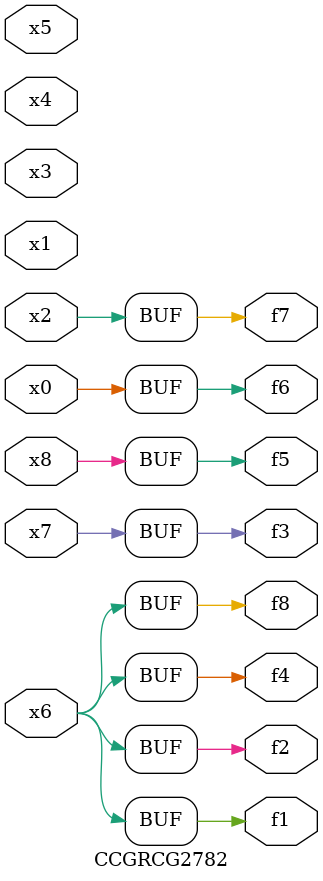
<source format=v>
module CCGRCG2782(
	input x0, x1, x2, x3, x4, x5, x6, x7, x8,
	output f1, f2, f3, f4, f5, f6, f7, f8
);
	assign f1 = x6;
	assign f2 = x6;
	assign f3 = x7;
	assign f4 = x6;
	assign f5 = x8;
	assign f6 = x0;
	assign f7 = x2;
	assign f8 = x6;
endmodule

</source>
